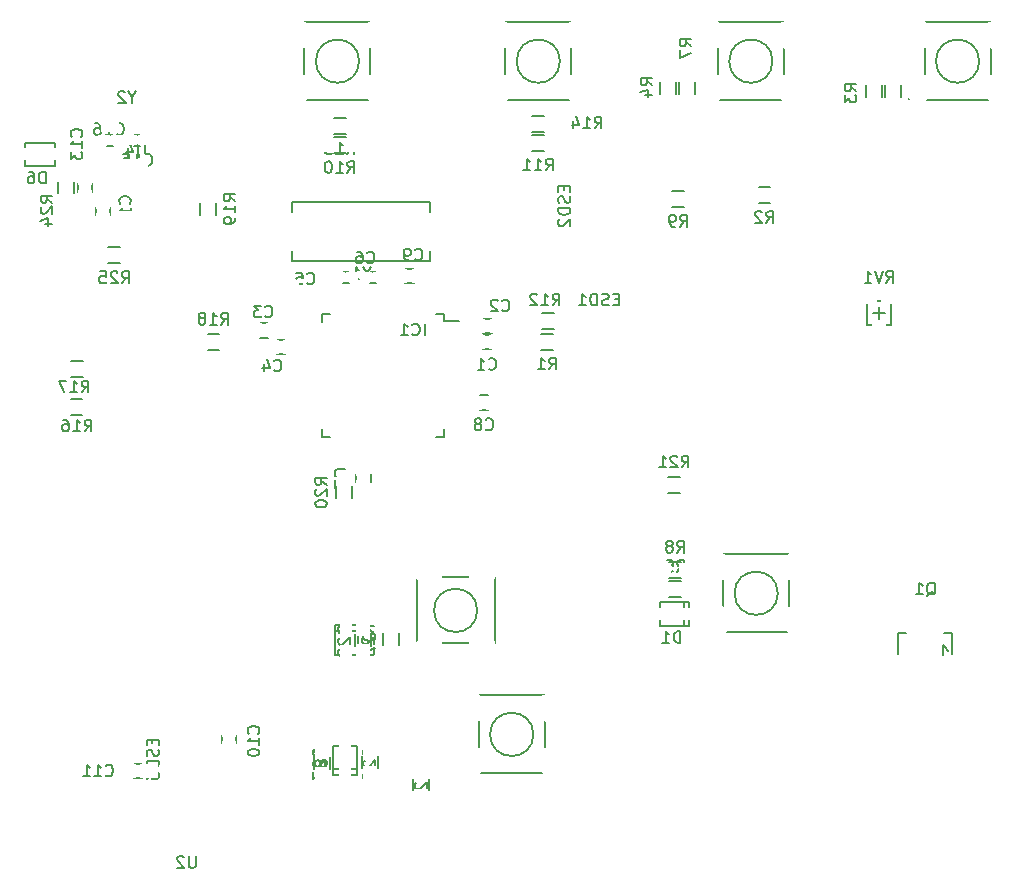
<source format=gbo>
G04 #@! TF.FileFunction,Legend,Bot*
%FSLAX46Y46*%
G04 Gerber Fmt 4.6, Leading zero omitted, Abs format (unit mm)*
G04 Created by KiCad (PCBNEW 4.0.4+dfsg1-stable) date Tue Mar  7 15:21:03 2017*
%MOMM*%
%LPD*%
G01*
G04 APERTURE LIST*
%ADD10C,0.100000*%
%ADD11C,0.150000*%
%ADD12C,2.400000*%
%ADD13R,1.900000X0.950000*%
%ADD14R,0.950000X1.900000*%
%ADD15R,1.600000X1.150000*%
%ADD16R,1.000000X0.900000*%
%ADD17R,1.150000X1.600000*%
%ADD18R,1.700000X1.000000*%
%ADD19R,2.200000X2.200000*%
%ADD20O,2.200000X2.200000*%
%ADD21C,2.200000*%
%ADD22R,1.100000X1.400000*%
%ADD23R,1.400000X1.100000*%
%ADD24R,1.600000X1.000000*%
%ADD25C,1.900000*%
%ADD26R,2.400000X2.400000*%
%ADD27R,1.400760X2.901900*%
%ADD28R,2.398980X4.400500*%
%ADD29R,1.600000X1.300000*%
%ADD30R,1.300000X1.600000*%
%ADD31R,1.100000X1.300000*%
%ADD32R,1.300000X1.300000*%
%ADD33C,2.500000*%
%ADD34C,2.600000*%
%ADD35R,1.950000X3.050000*%
%ADD36R,0.850000X1.850000*%
%ADD37R,6.000700X2.500580*%
%ADD38R,1.600000X2.300000*%
%ADD39C,0.600000*%
%ADD40R,1.000000X1.700000*%
%ADD41R,0.800000X1.750000*%
%ADD42C,1.950000*%
%ADD43R,2.300000X2.300000*%
G04 APERTURE END LIST*
D10*
D11*
X46831620Y22500000D02*
G75*
G03X46831620Y22500000I-1831620J0D01*
G01*
X48302000Y19706000D02*
X48302000Y25294000D01*
X48302000Y25294000D02*
X41698000Y25294000D01*
X41698000Y25294000D02*
X41698000Y19706000D01*
X41698000Y19706000D02*
X48302000Y19706000D01*
X44011900Y47555100D02*
X44011900Y46980100D01*
X33661900Y47555100D02*
X33661900Y46880100D01*
X33661900Y37205100D02*
X33661900Y37880100D01*
X44011900Y37205100D02*
X44011900Y37880100D01*
X44011900Y47555100D02*
X43336900Y47555100D01*
X44011900Y37205100D02*
X43336900Y37205100D01*
X33661900Y37205100D02*
X34336900Y37205100D01*
X33661900Y47555100D02*
X34336900Y47555100D01*
X44011900Y46980100D02*
X45286900Y46980100D01*
X47300000Y44600000D02*
X48000000Y44600000D01*
X48000000Y45800000D02*
X47300000Y45800000D01*
X47350000Y46000000D02*
X48050000Y46000000D01*
X48050000Y47200000D02*
X47350000Y47200000D01*
X29150000Y46800000D02*
X28450000Y46800000D01*
X28450000Y45600000D02*
X29150000Y45600000D01*
X30550000Y45400000D02*
X29850000Y45400000D01*
X29850000Y44200000D02*
X30550000Y44200000D01*
X35450000Y51175000D02*
X35950000Y51175000D01*
X35950000Y50225000D02*
X35450000Y50225000D01*
X38250000Y50225000D02*
X37750000Y50225000D01*
X37750000Y51175000D02*
X38250000Y51175000D01*
X36600000Y34050000D02*
X36600000Y33350000D01*
X37800000Y33350000D02*
X37800000Y34050000D01*
X47050000Y39500000D02*
X47750000Y39500000D01*
X47750000Y40700000D02*
X47050000Y40700000D01*
X40750000Y50200000D02*
X41450000Y50200000D01*
X41450000Y51400000D02*
X40750000Y51400000D01*
X17750000Y8300000D02*
X18450000Y8300000D01*
X18450000Y9500000D02*
X17750000Y9500000D01*
X13050000Y58650000D02*
X13050000Y57950000D01*
X14250000Y57950000D02*
X14250000Y58650000D01*
X15750000Y55950000D02*
X15750000Y56650000D01*
X14550000Y56650000D02*
X14550000Y55950000D01*
X18300000Y61825000D02*
X17800000Y61825000D01*
X17800000Y62775000D02*
X18300000Y62775000D01*
X15500000Y62775000D02*
X16000000Y62775000D01*
X16000000Y61825000D02*
X15500000Y61825000D01*
X11050000Y62100000D02*
X11050000Y60100000D01*
X11050000Y60100000D02*
X8550000Y60100000D01*
X8550000Y60100000D02*
X8550000Y62100000D01*
X8550000Y62100000D02*
X11050000Y62100000D01*
X86649920Y19099340D02*
X86401000Y19399060D01*
X86401000Y19399060D02*
X86299400Y19548920D01*
X86299400Y19548920D02*
X86299400Y18700560D01*
X87000440Y20600480D02*
X87000440Y18799620D01*
X87000440Y20600480D02*
X86350200Y20600480D01*
X82499560Y20600480D02*
X82499560Y18799620D01*
X82499560Y20600480D02*
X83149800Y20600480D01*
X53250000Y45925000D02*
X52250000Y45925000D01*
X52250000Y44575000D02*
X53250000Y44575000D01*
X71650000Y58325000D02*
X70650000Y58325000D01*
X70650000Y56975000D02*
X71650000Y56975000D01*
X79725000Y67000000D02*
X79725000Y66000000D01*
X81075000Y66000000D02*
X81075000Y67000000D01*
X62325000Y67200000D02*
X62325000Y66200000D01*
X63675000Y66200000D02*
X63675000Y67200000D01*
X63100000Y23625000D02*
X64100000Y23625000D01*
X64100000Y24975000D02*
X63100000Y24975000D01*
X81325000Y67000000D02*
X81325000Y66000000D01*
X82675000Y66000000D02*
X82675000Y67000000D01*
X63925000Y67200000D02*
X63925000Y66200000D01*
X65275000Y66200000D02*
X65275000Y67200000D01*
X63100000Y25275000D02*
X64100000Y25275000D01*
X64100000Y26625000D02*
X63100000Y26625000D01*
X64350000Y58025000D02*
X63350000Y58025000D01*
X63350000Y56675000D02*
X64350000Y56675000D01*
X35700000Y62575000D02*
X34700000Y62575000D01*
X34700000Y61225000D02*
X35700000Y61225000D01*
X52500000Y62775000D02*
X51500000Y62775000D01*
X51500000Y61425000D02*
X52500000Y61425000D01*
X52350000Y46325000D02*
X53350000Y46325000D01*
X53350000Y47675000D02*
X52350000Y47675000D01*
X35700000Y64175000D02*
X34700000Y64175000D01*
X34700000Y62825000D02*
X35700000Y62825000D01*
X52500000Y64375000D02*
X51500000Y64375000D01*
X51500000Y63025000D02*
X52500000Y63025000D01*
X13400000Y40425000D02*
X12400000Y40425000D01*
X12400000Y39075000D02*
X13400000Y39075000D01*
X13450000Y43575000D02*
X12450000Y43575000D01*
X12450000Y42225000D02*
X13450000Y42225000D01*
X24000000Y44575000D02*
X25000000Y44575000D01*
X25000000Y45925000D02*
X24000000Y45925000D01*
X23325000Y57000000D02*
X23325000Y56000000D01*
X24675000Y56000000D02*
X24675000Y57000000D01*
X36225000Y32000000D02*
X36225000Y33000000D01*
X34875000Y33000000D02*
X34875000Y32000000D01*
X63000000Y32475000D02*
X64000000Y32475000D01*
X64000000Y33825000D02*
X63000000Y33825000D01*
X37875000Y19500000D02*
X37875000Y20500000D01*
X36525000Y20500000D02*
X36525000Y19500000D01*
X40225000Y19550000D02*
X40225000Y20550000D01*
X38875000Y20550000D02*
X38875000Y19550000D01*
X11375000Y58800000D02*
X11375000Y57800000D01*
X12725000Y57800000D02*
X12725000Y58800000D01*
X16600000Y53225000D02*
X15600000Y53225000D01*
X15600000Y51875000D02*
X16600000Y51875000D01*
X37075000Y10150000D02*
X37075000Y9150000D01*
X38425000Y9150000D02*
X38425000Y10150000D01*
X34325000Y9050000D02*
X34325000Y10050000D01*
X32975000Y10050000D02*
X32975000Y9050000D01*
X80350000Y47700000D02*
X81350000Y47700000D01*
X80850000Y47200000D02*
X80850000Y48200000D01*
X79850000Y46700000D02*
X79850000Y48700000D01*
X79850000Y48700000D02*
X81850000Y48700000D01*
X81850000Y48700000D02*
X81850000Y46700000D01*
X81850000Y46700000D02*
X79850000Y46700000D01*
X31150380Y57099360D02*
X42849620Y57099360D01*
X42849620Y52100640D02*
X31150380Y52100640D01*
X42849620Y57099360D02*
X42849620Y56251000D01*
X42849620Y52100640D02*
X42849620Y52949000D01*
X31150380Y57099360D02*
X31150380Y56251000D01*
X31150380Y52100640D02*
X31150380Y52949000D01*
X26400000Y11250000D02*
X26400000Y11950000D01*
X25200000Y11950000D02*
X25200000Y11250000D01*
X64300000Y23200000D02*
X64300000Y21200000D01*
X64800000Y23200000D02*
X64800000Y21200000D01*
X64800000Y21200000D02*
X62300000Y21200000D01*
X62300000Y21200000D02*
X62300000Y23200000D01*
X62300000Y23200000D02*
X64800000Y23200000D01*
X34750000Y20750000D02*
X36750000Y20750000D01*
X34750000Y21250000D02*
X36750000Y21250000D01*
X36750000Y21250000D02*
X36750000Y18750000D01*
X36750000Y18750000D02*
X34750000Y18750000D01*
X34750000Y18750000D02*
X34750000Y21250000D01*
X36650000Y9050000D02*
X34650000Y9050000D01*
X36650000Y8550000D02*
X34650000Y8550000D01*
X34650000Y8550000D02*
X34650000Y11050000D01*
X34650000Y11050000D02*
X36650000Y11050000D01*
X36650000Y11050000D02*
X36650000Y8550000D01*
X42775000Y7250000D02*
X42775000Y8250000D01*
X41425000Y8250000D02*
X41425000Y7250000D01*
X89331620Y69000000D02*
G75*
G03X89331620Y69000000I-1831620J0D01*
G01*
X90294000Y72302000D02*
X84706000Y72302000D01*
X84706000Y72302000D02*
X84706000Y65698000D01*
X84706000Y65698000D02*
X90294000Y65698000D01*
X90294000Y65698000D02*
X90294000Y72302000D01*
X71831620Y69000000D02*
G75*
G03X71831620Y69000000I-1831620J0D01*
G01*
X72794000Y72302000D02*
X67206000Y72302000D01*
X67206000Y72302000D02*
X67206000Y65698000D01*
X67206000Y65698000D02*
X72794000Y65698000D01*
X72794000Y65698000D02*
X72794000Y72302000D01*
X53831620Y69000000D02*
G75*
G03X53831620Y69000000I-1831620J0D01*
G01*
X54794000Y72302000D02*
X49206000Y72302000D01*
X49206000Y72302000D02*
X49206000Y65698000D01*
X49206000Y65698000D02*
X54794000Y65698000D01*
X54794000Y65698000D02*
X54794000Y72302000D01*
X36831620Y69000000D02*
G75*
G03X36831620Y69000000I-1831620J0D01*
G01*
X37794000Y72302000D02*
X32206000Y72302000D01*
X32206000Y72302000D02*
X32206000Y65698000D01*
X32206000Y65698000D02*
X37794000Y65698000D01*
X37794000Y65698000D02*
X37794000Y72302000D01*
X72281620Y23950000D02*
G75*
G03X72281620Y23950000I-1831620J0D01*
G01*
X67656000Y20648000D02*
X73244000Y20648000D01*
X73244000Y20648000D02*
X73244000Y27252000D01*
X73244000Y27252000D02*
X67656000Y27252000D01*
X67656000Y27252000D02*
X67656000Y20648000D01*
X51581620Y12000000D02*
G75*
G03X51581620Y12000000I-1831620J0D01*
G01*
X52544000Y15302000D02*
X46956000Y15302000D01*
X46956000Y15302000D02*
X46956000Y8698000D01*
X46956000Y8698000D02*
X52544000Y8698000D01*
X52544000Y8698000D02*
X52544000Y15302000D01*
X42378190Y45775619D02*
X42378190Y46775619D01*
X41330571Y45870857D02*
X41378190Y45823238D01*
X41521047Y45775619D01*
X41616285Y45775619D01*
X41759143Y45823238D01*
X41854381Y45918476D01*
X41902000Y46013714D01*
X41949619Y46204190D01*
X41949619Y46347048D01*
X41902000Y46537524D01*
X41854381Y46632762D01*
X41759143Y46728000D01*
X41616285Y46775619D01*
X41521047Y46775619D01*
X41378190Y46728000D01*
X41330571Y46680381D01*
X40378190Y45775619D02*
X40949619Y45775619D01*
X40663905Y45775619D02*
X40663905Y46775619D01*
X40759143Y46632762D01*
X40854381Y46537524D01*
X40949619Y46489905D01*
X47816666Y42942857D02*
X47864285Y42895238D01*
X48007142Y42847619D01*
X48102380Y42847619D01*
X48245238Y42895238D01*
X48340476Y42990476D01*
X48388095Y43085714D01*
X48435714Y43276190D01*
X48435714Y43419048D01*
X48388095Y43609524D01*
X48340476Y43704762D01*
X48245238Y43800000D01*
X48102380Y43847619D01*
X48007142Y43847619D01*
X47864285Y43800000D01*
X47816666Y43752381D01*
X46864285Y42847619D02*
X47435714Y42847619D01*
X47150000Y42847619D02*
X47150000Y43847619D01*
X47245238Y43704762D01*
X47340476Y43609524D01*
X47435714Y43561905D01*
X48934666Y47902857D02*
X48982285Y47855238D01*
X49125142Y47807619D01*
X49220380Y47807619D01*
X49363238Y47855238D01*
X49458476Y47950476D01*
X49506095Y48045714D01*
X49553714Y48236190D01*
X49553714Y48379048D01*
X49506095Y48569524D01*
X49458476Y48664762D01*
X49363238Y48760000D01*
X49220380Y48807619D01*
X49125142Y48807619D01*
X48982285Y48760000D01*
X48934666Y48712381D01*
X48553714Y48712381D02*
X48506095Y48760000D01*
X48410857Y48807619D01*
X48172761Y48807619D01*
X48077523Y48760000D01*
X48029904Y48712381D01*
X47982285Y48617143D01*
X47982285Y48521905D01*
X48029904Y48379048D01*
X48601333Y47807619D01*
X47982285Y47807619D01*
X28868666Y47394857D02*
X28916285Y47347238D01*
X29059142Y47299619D01*
X29154380Y47299619D01*
X29297238Y47347238D01*
X29392476Y47442476D01*
X29440095Y47537714D01*
X29487714Y47728190D01*
X29487714Y47871048D01*
X29440095Y48061524D01*
X29392476Y48156762D01*
X29297238Y48252000D01*
X29154380Y48299619D01*
X29059142Y48299619D01*
X28916285Y48252000D01*
X28868666Y48204381D01*
X28535333Y48299619D02*
X27916285Y48299619D01*
X28249619Y47918667D01*
X28106761Y47918667D01*
X28011523Y47871048D01*
X27963904Y47823429D01*
X27916285Y47728190D01*
X27916285Y47490095D01*
X27963904Y47394857D01*
X28011523Y47347238D01*
X28106761Y47299619D01*
X28392476Y47299619D01*
X28487714Y47347238D01*
X28535333Y47394857D01*
X29630666Y42822857D02*
X29678285Y42775238D01*
X29821142Y42727619D01*
X29916380Y42727619D01*
X30059238Y42775238D01*
X30154476Y42870476D01*
X30202095Y42965714D01*
X30249714Y43156190D01*
X30249714Y43299048D01*
X30202095Y43489524D01*
X30154476Y43584762D01*
X30059238Y43680000D01*
X29916380Y43727619D01*
X29821142Y43727619D01*
X29678285Y43680000D01*
X29630666Y43632381D01*
X28773523Y43394286D02*
X28773523Y42727619D01*
X29011619Y43775238D02*
X29249714Y43060952D01*
X28630666Y43060952D01*
X32424666Y50188857D02*
X32472285Y50141238D01*
X32615142Y50093619D01*
X32710380Y50093619D01*
X32853238Y50141238D01*
X32948476Y50236476D01*
X32996095Y50331714D01*
X33043714Y50522190D01*
X33043714Y50665048D01*
X32996095Y50855524D01*
X32948476Y50950762D01*
X32853238Y51046000D01*
X32710380Y51093619D01*
X32615142Y51093619D01*
X32472285Y51046000D01*
X32424666Y50998381D01*
X31519904Y51093619D02*
X31996095Y51093619D01*
X32043714Y50617429D01*
X31996095Y50665048D01*
X31900857Y50712667D01*
X31662761Y50712667D01*
X31567523Y50665048D01*
X31519904Y50617429D01*
X31472285Y50522190D01*
X31472285Y50284095D01*
X31519904Y50188857D01*
X31567523Y50141238D01*
X31662761Y50093619D01*
X31900857Y50093619D01*
X31996095Y50141238D01*
X32043714Y50188857D01*
X37504666Y51966857D02*
X37552285Y51919238D01*
X37695142Y51871619D01*
X37790380Y51871619D01*
X37933238Y51919238D01*
X38028476Y52014476D01*
X38076095Y52109714D01*
X38123714Y52300190D01*
X38123714Y52443048D01*
X38076095Y52633524D01*
X38028476Y52728762D01*
X37933238Y52824000D01*
X37790380Y52871619D01*
X37695142Y52871619D01*
X37552285Y52824000D01*
X37504666Y52776381D01*
X36647523Y52871619D02*
X36838000Y52871619D01*
X36933238Y52824000D01*
X36980857Y52776381D01*
X37076095Y52633524D01*
X37123714Y52443048D01*
X37123714Y52062095D01*
X37076095Y51966857D01*
X37028476Y51919238D01*
X36933238Y51871619D01*
X36742761Y51871619D01*
X36647523Y51919238D01*
X36599904Y51966857D01*
X36552285Y52062095D01*
X36552285Y52300190D01*
X36599904Y52395429D01*
X36647523Y52443048D01*
X36742761Y52490667D01*
X36933238Y52490667D01*
X37028476Y52443048D01*
X37076095Y52395429D01*
X37123714Y52300190D01*
X35657143Y33866666D02*
X35704762Y33914285D01*
X35752381Y34057142D01*
X35752381Y34152380D01*
X35704762Y34295238D01*
X35609524Y34390476D01*
X35514286Y34438095D01*
X35323810Y34485714D01*
X35180952Y34485714D01*
X34990476Y34438095D01*
X34895238Y34390476D01*
X34800000Y34295238D01*
X34752381Y34152380D01*
X34752381Y34057142D01*
X34800000Y33914285D01*
X34847619Y33866666D01*
X34752381Y33533333D02*
X34752381Y32866666D01*
X35752381Y33295238D01*
X47566666Y37842857D02*
X47614285Y37795238D01*
X47757142Y37747619D01*
X47852380Y37747619D01*
X47995238Y37795238D01*
X48090476Y37890476D01*
X48138095Y37985714D01*
X48185714Y38176190D01*
X48185714Y38319048D01*
X48138095Y38509524D01*
X48090476Y38604762D01*
X47995238Y38700000D01*
X47852380Y38747619D01*
X47757142Y38747619D01*
X47614285Y38700000D01*
X47566666Y38652381D01*
X46995238Y38319048D02*
X47090476Y38366667D01*
X47138095Y38414286D01*
X47185714Y38509524D01*
X47185714Y38557143D01*
X47138095Y38652381D01*
X47090476Y38700000D01*
X46995238Y38747619D01*
X46804761Y38747619D01*
X46709523Y38700000D01*
X46661904Y38652381D01*
X46614285Y38557143D01*
X46614285Y38509524D01*
X46661904Y38414286D01*
X46709523Y38366667D01*
X46804761Y38319048D01*
X46995238Y38319048D01*
X47090476Y38271429D01*
X47138095Y38223810D01*
X47185714Y38128571D01*
X47185714Y37938095D01*
X47138095Y37842857D01*
X47090476Y37795238D01*
X46995238Y37747619D01*
X46804761Y37747619D01*
X46709523Y37795238D01*
X46661904Y37842857D01*
X46614285Y37938095D01*
X46614285Y38128571D01*
X46661904Y38223810D01*
X46709523Y38271429D01*
X46804761Y38319048D01*
X41568666Y52220857D02*
X41616285Y52173238D01*
X41759142Y52125619D01*
X41854380Y52125619D01*
X41997238Y52173238D01*
X42092476Y52268476D01*
X42140095Y52363714D01*
X42187714Y52554190D01*
X42187714Y52697048D01*
X42140095Y52887524D01*
X42092476Y52982762D01*
X41997238Y53078000D01*
X41854380Y53125619D01*
X41759142Y53125619D01*
X41616285Y53078000D01*
X41568666Y53030381D01*
X41092476Y52125619D02*
X40902000Y52125619D01*
X40806761Y52173238D01*
X40759142Y52220857D01*
X40663904Y52363714D01*
X40616285Y52554190D01*
X40616285Y52935143D01*
X40663904Y53030381D01*
X40711523Y53078000D01*
X40806761Y53125619D01*
X40997238Y53125619D01*
X41092476Y53078000D01*
X41140095Y53030381D01*
X41187714Y52935143D01*
X41187714Y52697048D01*
X41140095Y52601810D01*
X41092476Y52554190D01*
X40997238Y52506571D01*
X40806761Y52506571D01*
X40711523Y52554190D01*
X40663904Y52601810D01*
X40616285Y52697048D01*
X15374857Y8532857D02*
X15422476Y8485238D01*
X15565333Y8437619D01*
X15660571Y8437619D01*
X15803429Y8485238D01*
X15898667Y8580476D01*
X15946286Y8675714D01*
X15993905Y8866190D01*
X15993905Y9009048D01*
X15946286Y9199524D01*
X15898667Y9294762D01*
X15803429Y9390000D01*
X15660571Y9437619D01*
X15565333Y9437619D01*
X15422476Y9390000D01*
X15374857Y9342381D01*
X14422476Y8437619D02*
X14993905Y8437619D01*
X14708191Y8437619D02*
X14708191Y9437619D01*
X14803429Y9294762D01*
X14898667Y9199524D01*
X14993905Y9151905D01*
X13470095Y8437619D02*
X14041524Y8437619D01*
X13755810Y8437619D02*
X13755810Y9437619D01*
X13851048Y9294762D01*
X13946286Y9199524D01*
X14041524Y9151905D01*
X13311143Y62618857D02*
X13358762Y62666476D01*
X13406381Y62809333D01*
X13406381Y62904571D01*
X13358762Y63047429D01*
X13263524Y63142667D01*
X13168286Y63190286D01*
X12977810Y63237905D01*
X12834952Y63237905D01*
X12644476Y63190286D01*
X12549238Y63142667D01*
X12454000Y63047429D01*
X12406381Y62904571D01*
X12406381Y62809333D01*
X12454000Y62666476D01*
X12501619Y62618857D01*
X13406381Y61666476D02*
X13406381Y62237905D01*
X13406381Y61952191D02*
X12406381Y61952191D01*
X12549238Y62047429D01*
X12644476Y62142667D01*
X12692095Y62237905D01*
X12406381Y61333143D02*
X12406381Y60714095D01*
X12787333Y61047429D01*
X12787333Y60904571D01*
X12834952Y60809333D01*
X12882571Y60761714D01*
X12977810Y60714095D01*
X13215905Y60714095D01*
X13311143Y60761714D01*
X13358762Y60809333D01*
X13406381Y60904571D01*
X13406381Y61190286D01*
X13358762Y61285524D01*
X13311143Y61333143D01*
X17407143Y56942857D02*
X17454762Y56990476D01*
X17502381Y57133333D01*
X17502381Y57228571D01*
X17454762Y57371429D01*
X17359524Y57466667D01*
X17264286Y57514286D01*
X17073810Y57561905D01*
X16930952Y57561905D01*
X16740476Y57514286D01*
X16645238Y57466667D01*
X16550000Y57371429D01*
X16502381Y57228571D01*
X16502381Y57133333D01*
X16550000Y56990476D01*
X16597619Y56942857D01*
X17502381Y55990476D02*
X17502381Y56561905D01*
X17502381Y56276191D02*
X16502381Y56276191D01*
X16645238Y56371429D01*
X16740476Y56466667D01*
X16788095Y56561905D01*
X16835714Y55133333D02*
X17502381Y55133333D01*
X16454762Y55371429D02*
X17169048Y55609524D01*
X17169048Y54990476D01*
X18692857Y60242857D02*
X18740476Y60195238D01*
X18883333Y60147619D01*
X18978571Y60147619D01*
X19121429Y60195238D01*
X19216667Y60290476D01*
X19264286Y60385714D01*
X19311905Y60576190D01*
X19311905Y60719048D01*
X19264286Y60909524D01*
X19216667Y61004762D01*
X19121429Y61100000D01*
X18978571Y61147619D01*
X18883333Y61147619D01*
X18740476Y61100000D01*
X18692857Y61052381D01*
X17740476Y60147619D02*
X18311905Y60147619D01*
X18026191Y60147619D02*
X18026191Y61147619D01*
X18121429Y61004762D01*
X18216667Y60909524D01*
X18311905Y60861905D01*
X16835714Y61147619D02*
X17311905Y61147619D01*
X17359524Y60671429D01*
X17311905Y60719048D01*
X17216667Y60766667D01*
X16978571Y60766667D01*
X16883333Y60719048D01*
X16835714Y60671429D01*
X16788095Y60576190D01*
X16788095Y60338095D01*
X16835714Y60242857D01*
X16883333Y60195238D01*
X16978571Y60147619D01*
X17216667Y60147619D01*
X17311905Y60195238D01*
X17359524Y60242857D01*
X16292857Y62842857D02*
X16340476Y62795238D01*
X16483333Y62747619D01*
X16578571Y62747619D01*
X16721429Y62795238D01*
X16816667Y62890476D01*
X16864286Y62985714D01*
X16911905Y63176190D01*
X16911905Y63319048D01*
X16864286Y63509524D01*
X16816667Y63604762D01*
X16721429Y63700000D01*
X16578571Y63747619D01*
X16483333Y63747619D01*
X16340476Y63700000D01*
X16292857Y63652381D01*
X15340476Y62747619D02*
X15911905Y62747619D01*
X15626191Y62747619D02*
X15626191Y63747619D01*
X15721429Y63604762D01*
X15816667Y63509524D01*
X15911905Y63461905D01*
X14483333Y63747619D02*
X14673810Y63747619D01*
X14769048Y63700000D01*
X14816667Y63652381D01*
X14911905Y63509524D01*
X14959524Y63319048D01*
X14959524Y62938095D01*
X14911905Y62842857D01*
X14864286Y62795238D01*
X14769048Y62747619D01*
X14578571Y62747619D01*
X14483333Y62795238D01*
X14435714Y62842857D01*
X14388095Y62938095D01*
X14388095Y63176190D01*
X14435714Y63271429D01*
X14483333Y63319048D01*
X14578571Y63366667D01*
X14769048Y63366667D01*
X14864286Y63319048D01*
X14911905Y63271429D01*
X14959524Y63176190D01*
X10288095Y58647619D02*
X10288095Y59647619D01*
X10050000Y59647619D01*
X9907142Y59600000D01*
X9811904Y59504762D01*
X9764285Y59409524D01*
X9716666Y59219048D01*
X9716666Y59076190D01*
X9764285Y58885714D01*
X9811904Y58790476D01*
X9907142Y58695238D01*
X10050000Y58647619D01*
X10288095Y58647619D01*
X8859523Y59647619D02*
X9050000Y59647619D01*
X9145238Y59600000D01*
X9192857Y59552381D01*
X9288095Y59409524D01*
X9335714Y59219048D01*
X9335714Y58838095D01*
X9288095Y58742857D01*
X9240476Y58695238D01*
X9145238Y58647619D01*
X8954761Y58647619D01*
X8859523Y58695238D01*
X8811904Y58742857D01*
X8764285Y58838095D01*
X8764285Y59076190D01*
X8811904Y59171429D01*
X8859523Y59219048D01*
X8954761Y59266667D01*
X9145238Y59266667D01*
X9240476Y59219048D01*
X9288095Y59171429D01*
X9335714Y59076190D01*
X58816667Y48839429D02*
X58483333Y48839429D01*
X58340476Y48315619D02*
X58816667Y48315619D01*
X58816667Y49315619D01*
X58340476Y49315619D01*
X57959524Y48363238D02*
X57816667Y48315619D01*
X57578571Y48315619D01*
X57483333Y48363238D01*
X57435714Y48410857D01*
X57388095Y48506095D01*
X57388095Y48601333D01*
X57435714Y48696571D01*
X57483333Y48744190D01*
X57578571Y48791810D01*
X57769048Y48839429D01*
X57864286Y48887048D01*
X57911905Y48934667D01*
X57959524Y49029905D01*
X57959524Y49125143D01*
X57911905Y49220381D01*
X57864286Y49268000D01*
X57769048Y49315619D01*
X57530952Y49315619D01*
X57388095Y49268000D01*
X56959524Y48315619D02*
X56959524Y49315619D01*
X56721429Y49315619D01*
X56578571Y49268000D01*
X56483333Y49172762D01*
X56435714Y49077524D01*
X56388095Y48887048D01*
X56388095Y48744190D01*
X56435714Y48553714D01*
X56483333Y48458476D01*
X56578571Y48363238D01*
X56721429Y48315619D01*
X56959524Y48315619D01*
X55435714Y48315619D02*
X56007143Y48315619D01*
X55721429Y48315619D02*
X55721429Y49315619D01*
X55816667Y49172762D01*
X55911905Y49077524D01*
X56007143Y49029905D01*
X54178571Y58416667D02*
X54178571Y58083333D01*
X54702381Y57940476D02*
X54702381Y58416667D01*
X53702381Y58416667D01*
X53702381Y57940476D01*
X54654762Y57559524D02*
X54702381Y57416667D01*
X54702381Y57178571D01*
X54654762Y57083333D01*
X54607143Y57035714D01*
X54511905Y56988095D01*
X54416667Y56988095D01*
X54321429Y57035714D01*
X54273810Y57083333D01*
X54226190Y57178571D01*
X54178571Y57369048D01*
X54130952Y57464286D01*
X54083333Y57511905D01*
X53988095Y57559524D01*
X53892857Y57559524D01*
X53797619Y57511905D01*
X53750000Y57464286D01*
X53702381Y57369048D01*
X53702381Y57130952D01*
X53750000Y56988095D01*
X54702381Y56559524D02*
X53702381Y56559524D01*
X53702381Y56321429D01*
X53750000Y56178571D01*
X53845238Y56083333D01*
X53940476Y56035714D01*
X54130952Y55988095D01*
X54273810Y55988095D01*
X54464286Y56035714D01*
X54559524Y56083333D01*
X54654762Y56178571D01*
X54702381Y56321429D01*
X54702381Y56559524D01*
X53797619Y55607143D02*
X53750000Y55559524D01*
X53702381Y55464286D01*
X53702381Y55226190D01*
X53750000Y55130952D01*
X53797619Y55083333D01*
X53892857Y55035714D01*
X53988095Y55035714D01*
X54130952Y55083333D01*
X54702381Y55654762D01*
X54702381Y55035714D01*
X19328571Y11566667D02*
X19328571Y11233333D01*
X19852381Y11090476D02*
X19852381Y11566667D01*
X18852381Y11566667D01*
X18852381Y11090476D01*
X19804762Y10709524D02*
X19852381Y10566667D01*
X19852381Y10328571D01*
X19804762Y10233333D01*
X19757143Y10185714D01*
X19661905Y10138095D01*
X19566667Y10138095D01*
X19471429Y10185714D01*
X19423810Y10233333D01*
X19376190Y10328571D01*
X19328571Y10519048D01*
X19280952Y10614286D01*
X19233333Y10661905D01*
X19138095Y10709524D01*
X19042857Y10709524D01*
X18947619Y10661905D01*
X18900000Y10614286D01*
X18852381Y10519048D01*
X18852381Y10280952D01*
X18900000Y10138095D01*
X19852381Y9709524D02*
X18852381Y9709524D01*
X18852381Y9471429D01*
X18900000Y9328571D01*
X18995238Y9233333D01*
X19090476Y9185714D01*
X19280952Y9138095D01*
X19423810Y9138095D01*
X19614286Y9185714D01*
X19709524Y9233333D01*
X19804762Y9328571D01*
X19852381Y9471429D01*
X19852381Y9709524D01*
X18852381Y8804762D02*
X18852381Y8185714D01*
X19233333Y8519048D01*
X19233333Y8376190D01*
X19280952Y8280952D01*
X19328571Y8233333D01*
X19423810Y8185714D01*
X19661905Y8185714D01*
X19757143Y8233333D01*
X19804762Y8280952D01*
X19852381Y8376190D01*
X19852381Y8661905D01*
X19804762Y8757143D01*
X19757143Y8804762D01*
X84896038Y23753641D02*
X84991276Y23801260D01*
X85086514Y23896498D01*
X85229371Y24039355D01*
X85324610Y24086974D01*
X85419848Y24086974D01*
X85372229Y23848879D02*
X85467467Y23896498D01*
X85562705Y23991736D01*
X85610324Y24182212D01*
X85610324Y24515546D01*
X85562705Y24706022D01*
X85467467Y24801260D01*
X85372229Y24848879D01*
X85181752Y24848879D01*
X85086514Y24801260D01*
X84991276Y24706022D01*
X84943657Y24515546D01*
X84943657Y24182212D01*
X84991276Y23991736D01*
X85086514Y23896498D01*
X85181752Y23848879D01*
X85372229Y23848879D01*
X83991276Y23848879D02*
X84562705Y23848879D01*
X84276991Y23848879D02*
X84276991Y24848879D01*
X84372229Y24706022D01*
X84467467Y24610784D01*
X84562705Y24563165D01*
X52916666Y42897619D02*
X53250000Y43373810D01*
X53488095Y42897619D02*
X53488095Y43897619D01*
X53107142Y43897619D01*
X53011904Y43850000D01*
X52964285Y43802381D01*
X52916666Y43707143D01*
X52916666Y43564286D01*
X52964285Y43469048D01*
X53011904Y43421429D01*
X53107142Y43373810D01*
X53488095Y43373810D01*
X51964285Y42897619D02*
X52535714Y42897619D01*
X52250000Y42897619D02*
X52250000Y43897619D01*
X52345238Y43754762D01*
X52440476Y43659524D01*
X52535714Y43611905D01*
X71316666Y55297619D02*
X71650000Y55773810D01*
X71888095Y55297619D02*
X71888095Y56297619D01*
X71507142Y56297619D01*
X71411904Y56250000D01*
X71364285Y56202381D01*
X71316666Y56107143D01*
X71316666Y55964286D01*
X71364285Y55869048D01*
X71411904Y55821429D01*
X71507142Y55773810D01*
X71888095Y55773810D01*
X70935714Y56202381D02*
X70888095Y56250000D01*
X70792857Y56297619D01*
X70554761Y56297619D01*
X70459523Y56250000D01*
X70411904Y56202381D01*
X70364285Y56107143D01*
X70364285Y56011905D01*
X70411904Y55869048D01*
X70983333Y55297619D01*
X70364285Y55297619D01*
X78938381Y66460666D02*
X78462190Y66794000D01*
X78938381Y67032095D02*
X77938381Y67032095D01*
X77938381Y66651142D01*
X77986000Y66555904D01*
X78033619Y66508285D01*
X78128857Y66460666D01*
X78271714Y66460666D01*
X78366952Y66508285D01*
X78414571Y66555904D01*
X78462190Y66651142D01*
X78462190Y67032095D01*
X77938381Y66127333D02*
X77938381Y65508285D01*
X78319333Y65841619D01*
X78319333Y65698761D01*
X78366952Y65603523D01*
X78414571Y65555904D01*
X78509810Y65508285D01*
X78747905Y65508285D01*
X78843143Y65555904D01*
X78890762Y65603523D01*
X78938381Y65698761D01*
X78938381Y65984476D01*
X78890762Y66079714D01*
X78843143Y66127333D01*
X61666381Y66968666D02*
X61190190Y67302000D01*
X61666381Y67540095D02*
X60666381Y67540095D01*
X60666381Y67159142D01*
X60714000Y67063904D01*
X60761619Y67016285D01*
X60856857Y66968666D01*
X60999714Y66968666D01*
X61094952Y67016285D01*
X61142571Y67063904D01*
X61190190Y67159142D01*
X61190190Y67540095D01*
X60999714Y66111523D02*
X61666381Y66111523D01*
X60618762Y66349619D02*
X61333048Y66587714D01*
X61333048Y65968666D01*
X63766666Y25747619D02*
X64100000Y26223810D01*
X64338095Y25747619D02*
X64338095Y26747619D01*
X63957142Y26747619D01*
X63861904Y26700000D01*
X63814285Y26652381D01*
X63766666Y26557143D01*
X63766666Y26414286D01*
X63814285Y26319048D01*
X63861904Y26271429D01*
X63957142Y26223810D01*
X64338095Y26223810D01*
X62861904Y26747619D02*
X63338095Y26747619D01*
X63385714Y26271429D01*
X63338095Y26319048D01*
X63242857Y26366667D01*
X63004761Y26366667D01*
X62909523Y26319048D01*
X62861904Y26271429D01*
X62814285Y26176190D01*
X62814285Y25938095D01*
X62861904Y25842857D01*
X62909523Y25795238D01*
X63004761Y25747619D01*
X63242857Y25747619D01*
X63338095Y25795238D01*
X63385714Y25842857D01*
X84352381Y66666666D02*
X83876190Y67000000D01*
X84352381Y67238095D02*
X83352381Y67238095D01*
X83352381Y66857142D01*
X83400000Y66761904D01*
X83447619Y66714285D01*
X83542857Y66666666D01*
X83685714Y66666666D01*
X83780952Y66714285D01*
X83828571Y66761904D01*
X83876190Y66857142D01*
X83876190Y67238095D01*
X83352381Y65809523D02*
X83352381Y66000000D01*
X83400000Y66095238D01*
X83447619Y66142857D01*
X83590476Y66238095D01*
X83780952Y66285714D01*
X84161905Y66285714D01*
X84257143Y66238095D01*
X84304762Y66190476D01*
X84352381Y66095238D01*
X84352381Y65904761D01*
X84304762Y65809523D01*
X84257143Y65761904D01*
X84161905Y65714285D01*
X83923810Y65714285D01*
X83828571Y65761904D01*
X83780952Y65809523D01*
X83733333Y65904761D01*
X83733333Y66095238D01*
X83780952Y66190476D01*
X83828571Y66238095D01*
X83923810Y66285714D01*
X64968381Y70270666D02*
X64492190Y70604000D01*
X64968381Y70842095D02*
X63968381Y70842095D01*
X63968381Y70461142D01*
X64016000Y70365904D01*
X64063619Y70318285D01*
X64158857Y70270666D01*
X64301714Y70270666D01*
X64396952Y70318285D01*
X64444571Y70365904D01*
X64492190Y70461142D01*
X64492190Y70842095D01*
X63968381Y69937333D02*
X63968381Y69270666D01*
X64968381Y69699238D01*
X63766666Y27397619D02*
X64100000Y27873810D01*
X64338095Y27397619D02*
X64338095Y28397619D01*
X63957142Y28397619D01*
X63861904Y28350000D01*
X63814285Y28302381D01*
X63766666Y28207143D01*
X63766666Y28064286D01*
X63814285Y27969048D01*
X63861904Y27921429D01*
X63957142Y27873810D01*
X64338095Y27873810D01*
X63195238Y27969048D02*
X63290476Y28016667D01*
X63338095Y28064286D01*
X63385714Y28159524D01*
X63385714Y28207143D01*
X63338095Y28302381D01*
X63290476Y28350000D01*
X63195238Y28397619D01*
X63004761Y28397619D01*
X62909523Y28350000D01*
X62861904Y28302381D01*
X62814285Y28207143D01*
X62814285Y28159524D01*
X62861904Y28064286D01*
X62909523Y28016667D01*
X63004761Y27969048D01*
X63195238Y27969048D01*
X63290476Y27921429D01*
X63338095Y27873810D01*
X63385714Y27778571D01*
X63385714Y27588095D01*
X63338095Y27492857D01*
X63290476Y27445238D01*
X63195238Y27397619D01*
X63004761Y27397619D01*
X62909523Y27445238D01*
X62861904Y27492857D01*
X62814285Y27588095D01*
X62814285Y27778571D01*
X62861904Y27873810D01*
X62909523Y27921429D01*
X63004761Y27969048D01*
X64016666Y54997619D02*
X64350000Y55473810D01*
X64588095Y54997619D02*
X64588095Y55997619D01*
X64207142Y55997619D01*
X64111904Y55950000D01*
X64064285Y55902381D01*
X64016666Y55807143D01*
X64016666Y55664286D01*
X64064285Y55569048D01*
X64111904Y55521429D01*
X64207142Y55473810D01*
X64588095Y55473810D01*
X63540476Y54997619D02*
X63350000Y54997619D01*
X63254761Y55045238D01*
X63207142Y55092857D01*
X63111904Y55235714D01*
X63064285Y55426190D01*
X63064285Y55807143D01*
X63111904Y55902381D01*
X63159523Y55950000D01*
X63254761Y55997619D01*
X63445238Y55997619D01*
X63540476Y55950000D01*
X63588095Y55902381D01*
X63635714Y55807143D01*
X63635714Y55569048D01*
X63588095Y55473810D01*
X63540476Y55426190D01*
X63445238Y55378571D01*
X63254761Y55378571D01*
X63159523Y55426190D01*
X63111904Y55473810D01*
X63064285Y55569048D01*
X35842857Y59547619D02*
X36176191Y60023810D01*
X36414286Y59547619D02*
X36414286Y60547619D01*
X36033333Y60547619D01*
X35938095Y60500000D01*
X35890476Y60452381D01*
X35842857Y60357143D01*
X35842857Y60214286D01*
X35890476Y60119048D01*
X35938095Y60071429D01*
X36033333Y60023810D01*
X36414286Y60023810D01*
X34890476Y59547619D02*
X35461905Y59547619D01*
X35176191Y59547619D02*
X35176191Y60547619D01*
X35271429Y60404762D01*
X35366667Y60309524D01*
X35461905Y60261905D01*
X34271429Y60547619D02*
X34176190Y60547619D01*
X34080952Y60500000D01*
X34033333Y60452381D01*
X33985714Y60357143D01*
X33938095Y60166667D01*
X33938095Y59928571D01*
X33985714Y59738095D01*
X34033333Y59642857D01*
X34080952Y59595238D01*
X34176190Y59547619D01*
X34271429Y59547619D01*
X34366667Y59595238D01*
X34414286Y59642857D01*
X34461905Y59738095D01*
X34509524Y59928571D01*
X34509524Y60166667D01*
X34461905Y60357143D01*
X34414286Y60452381D01*
X34366667Y60500000D01*
X34271429Y60547619D01*
X52642857Y59747619D02*
X52976191Y60223810D01*
X53214286Y59747619D02*
X53214286Y60747619D01*
X52833333Y60747619D01*
X52738095Y60700000D01*
X52690476Y60652381D01*
X52642857Y60557143D01*
X52642857Y60414286D01*
X52690476Y60319048D01*
X52738095Y60271429D01*
X52833333Y60223810D01*
X53214286Y60223810D01*
X51690476Y59747619D02*
X52261905Y59747619D01*
X51976191Y59747619D02*
X51976191Y60747619D01*
X52071429Y60604762D01*
X52166667Y60509524D01*
X52261905Y60461905D01*
X50738095Y59747619D02*
X51309524Y59747619D01*
X51023810Y59747619D02*
X51023810Y60747619D01*
X51119048Y60604762D01*
X51214286Y60509524D01*
X51309524Y60461905D01*
X53220857Y48315619D02*
X53554191Y48791810D01*
X53792286Y48315619D02*
X53792286Y49315619D01*
X53411333Y49315619D01*
X53316095Y49268000D01*
X53268476Y49220381D01*
X53220857Y49125143D01*
X53220857Y48982286D01*
X53268476Y48887048D01*
X53316095Y48839429D01*
X53411333Y48791810D01*
X53792286Y48791810D01*
X52268476Y48315619D02*
X52839905Y48315619D01*
X52554191Y48315619D02*
X52554191Y49315619D01*
X52649429Y49172762D01*
X52744667Y49077524D01*
X52839905Y49029905D01*
X51887524Y49220381D02*
X51839905Y49268000D01*
X51744667Y49315619D01*
X51506571Y49315619D01*
X51411333Y49268000D01*
X51363714Y49220381D01*
X51316095Y49125143D01*
X51316095Y49029905D01*
X51363714Y48887048D01*
X51935143Y48315619D01*
X51316095Y48315619D01*
X35842857Y61147619D02*
X36176191Y61623810D01*
X36414286Y61147619D02*
X36414286Y62147619D01*
X36033333Y62147619D01*
X35938095Y62100000D01*
X35890476Y62052381D01*
X35842857Y61957143D01*
X35842857Y61814286D01*
X35890476Y61719048D01*
X35938095Y61671429D01*
X36033333Y61623810D01*
X36414286Y61623810D01*
X34890476Y61147619D02*
X35461905Y61147619D01*
X35176191Y61147619D02*
X35176191Y62147619D01*
X35271429Y62004762D01*
X35366667Y61909524D01*
X35461905Y61861905D01*
X34557143Y62147619D02*
X33938095Y62147619D01*
X34271429Y61766667D01*
X34128571Y61766667D01*
X34033333Y61719048D01*
X33985714Y61671429D01*
X33938095Y61576190D01*
X33938095Y61338095D01*
X33985714Y61242857D01*
X34033333Y61195238D01*
X34128571Y61147619D01*
X34414286Y61147619D01*
X34509524Y61195238D01*
X34557143Y61242857D01*
X56776857Y63301619D02*
X57110191Y63777810D01*
X57348286Y63301619D02*
X57348286Y64301619D01*
X56967333Y64301619D01*
X56872095Y64254000D01*
X56824476Y64206381D01*
X56776857Y64111143D01*
X56776857Y63968286D01*
X56824476Y63873048D01*
X56872095Y63825429D01*
X56967333Y63777810D01*
X57348286Y63777810D01*
X55824476Y63301619D02*
X56395905Y63301619D01*
X56110191Y63301619D02*
X56110191Y64301619D01*
X56205429Y64158762D01*
X56300667Y64063524D01*
X56395905Y64015905D01*
X54967333Y63968286D02*
X54967333Y63301619D01*
X55205429Y64349238D02*
X55443524Y63634952D01*
X54824476Y63634952D01*
X13596857Y37647619D02*
X13930191Y38123810D01*
X14168286Y37647619D02*
X14168286Y38647619D01*
X13787333Y38647619D01*
X13692095Y38600000D01*
X13644476Y38552381D01*
X13596857Y38457143D01*
X13596857Y38314286D01*
X13644476Y38219048D01*
X13692095Y38171429D01*
X13787333Y38123810D01*
X14168286Y38123810D01*
X12644476Y37647619D02*
X13215905Y37647619D01*
X12930191Y37647619D02*
X12930191Y38647619D01*
X13025429Y38504762D01*
X13120667Y38409524D01*
X13215905Y38361905D01*
X11787333Y38647619D02*
X11977810Y38647619D01*
X12073048Y38600000D01*
X12120667Y38552381D01*
X12215905Y38409524D01*
X12263524Y38219048D01*
X12263524Y37838095D01*
X12215905Y37742857D01*
X12168286Y37695238D01*
X12073048Y37647619D01*
X11882571Y37647619D01*
X11787333Y37695238D01*
X11739714Y37742857D01*
X11692095Y37838095D01*
X11692095Y38076190D01*
X11739714Y38171429D01*
X11787333Y38219048D01*
X11882571Y38266667D01*
X12073048Y38266667D01*
X12168286Y38219048D01*
X12215905Y38171429D01*
X12263524Y38076190D01*
X13342857Y40949619D02*
X13676191Y41425810D01*
X13914286Y40949619D02*
X13914286Y41949619D01*
X13533333Y41949619D01*
X13438095Y41902000D01*
X13390476Y41854381D01*
X13342857Y41759143D01*
X13342857Y41616286D01*
X13390476Y41521048D01*
X13438095Y41473429D01*
X13533333Y41425810D01*
X13914286Y41425810D01*
X12390476Y40949619D02*
X12961905Y40949619D01*
X12676191Y40949619D02*
X12676191Y41949619D01*
X12771429Y41806762D01*
X12866667Y41711524D01*
X12961905Y41663905D01*
X12057143Y41949619D02*
X11390476Y41949619D01*
X11819048Y40949619D01*
X25142857Y46697619D02*
X25476191Y47173810D01*
X25714286Y46697619D02*
X25714286Y47697619D01*
X25333333Y47697619D01*
X25238095Y47650000D01*
X25190476Y47602381D01*
X25142857Y47507143D01*
X25142857Y47364286D01*
X25190476Y47269048D01*
X25238095Y47221429D01*
X25333333Y47173810D01*
X25714286Y47173810D01*
X24190476Y46697619D02*
X24761905Y46697619D01*
X24476191Y46697619D02*
X24476191Y47697619D01*
X24571429Y47554762D01*
X24666667Y47459524D01*
X24761905Y47411905D01*
X23619048Y47269048D02*
X23714286Y47316667D01*
X23761905Y47364286D01*
X23809524Y47459524D01*
X23809524Y47507143D01*
X23761905Y47602381D01*
X23714286Y47650000D01*
X23619048Y47697619D01*
X23428571Y47697619D01*
X23333333Y47650000D01*
X23285714Y47602381D01*
X23238095Y47507143D01*
X23238095Y47459524D01*
X23285714Y47364286D01*
X23333333Y47316667D01*
X23428571Y47269048D01*
X23619048Y47269048D01*
X23714286Y47221429D01*
X23761905Y47173810D01*
X23809524Y47078571D01*
X23809524Y46888095D01*
X23761905Y46792857D01*
X23714286Y46745238D01*
X23619048Y46697619D01*
X23428571Y46697619D01*
X23333333Y46745238D01*
X23285714Y46792857D01*
X23238095Y46888095D01*
X23238095Y47078571D01*
X23285714Y47173810D01*
X23333333Y47221429D01*
X23428571Y47269048D01*
X26352381Y57142857D02*
X25876190Y57476191D01*
X26352381Y57714286D02*
X25352381Y57714286D01*
X25352381Y57333333D01*
X25400000Y57238095D01*
X25447619Y57190476D01*
X25542857Y57142857D01*
X25685714Y57142857D01*
X25780952Y57190476D01*
X25828571Y57238095D01*
X25876190Y57333333D01*
X25876190Y57714286D01*
X26352381Y56190476D02*
X26352381Y56761905D01*
X26352381Y56476191D02*
X25352381Y56476191D01*
X25495238Y56571429D01*
X25590476Y56666667D01*
X25638095Y56761905D01*
X26352381Y55714286D02*
X26352381Y55523810D01*
X26304762Y55428571D01*
X26257143Y55380952D01*
X26114286Y55285714D01*
X25923810Y55238095D01*
X25542857Y55238095D01*
X25447619Y55285714D01*
X25400000Y55333333D01*
X25352381Y55428571D01*
X25352381Y55619048D01*
X25400000Y55714286D01*
X25447619Y55761905D01*
X25542857Y55809524D01*
X25780952Y55809524D01*
X25876190Y55761905D01*
X25923810Y55714286D01*
X25971429Y55619048D01*
X25971429Y55428571D01*
X25923810Y55333333D01*
X25876190Y55285714D01*
X25780952Y55238095D01*
X34102381Y33142857D02*
X33626190Y33476191D01*
X34102381Y33714286D02*
X33102381Y33714286D01*
X33102381Y33333333D01*
X33150000Y33238095D01*
X33197619Y33190476D01*
X33292857Y33142857D01*
X33435714Y33142857D01*
X33530952Y33190476D01*
X33578571Y33238095D01*
X33626190Y33333333D01*
X33626190Y33714286D01*
X33197619Y32761905D02*
X33150000Y32714286D01*
X33102381Y32619048D01*
X33102381Y32380952D01*
X33150000Y32285714D01*
X33197619Y32238095D01*
X33292857Y32190476D01*
X33388095Y32190476D01*
X33530952Y32238095D01*
X34102381Y32809524D01*
X34102381Y32190476D01*
X33102381Y31571429D02*
X33102381Y31476190D01*
X33150000Y31380952D01*
X33197619Y31333333D01*
X33292857Y31285714D01*
X33483333Y31238095D01*
X33721429Y31238095D01*
X33911905Y31285714D01*
X34007143Y31333333D01*
X34054762Y31380952D01*
X34102381Y31476190D01*
X34102381Y31571429D01*
X34054762Y31666667D01*
X34007143Y31714286D01*
X33911905Y31761905D01*
X33721429Y31809524D01*
X33483333Y31809524D01*
X33292857Y31761905D01*
X33197619Y31714286D01*
X33150000Y31666667D01*
X33102381Y31571429D01*
X64142857Y34597619D02*
X64476191Y35073810D01*
X64714286Y34597619D02*
X64714286Y35597619D01*
X64333333Y35597619D01*
X64238095Y35550000D01*
X64190476Y35502381D01*
X64142857Y35407143D01*
X64142857Y35264286D01*
X64190476Y35169048D01*
X64238095Y35121429D01*
X64333333Y35073810D01*
X64714286Y35073810D01*
X63761905Y35502381D02*
X63714286Y35550000D01*
X63619048Y35597619D01*
X63380952Y35597619D01*
X63285714Y35550000D01*
X63238095Y35502381D01*
X63190476Y35407143D01*
X63190476Y35311905D01*
X63238095Y35169048D01*
X63809524Y34597619D01*
X63190476Y34597619D01*
X62238095Y34597619D02*
X62809524Y34597619D01*
X62523810Y34597619D02*
X62523810Y35597619D01*
X62619048Y35454762D01*
X62714286Y35359524D01*
X62809524Y35311905D01*
X36052381Y20542857D02*
X35576190Y20876191D01*
X36052381Y21114286D02*
X35052381Y21114286D01*
X35052381Y20733333D01*
X35100000Y20638095D01*
X35147619Y20590476D01*
X35242857Y20542857D01*
X35385714Y20542857D01*
X35480952Y20590476D01*
X35528571Y20638095D01*
X35576190Y20733333D01*
X35576190Y21114286D01*
X35147619Y20161905D02*
X35100000Y20114286D01*
X35052381Y20019048D01*
X35052381Y19780952D01*
X35100000Y19685714D01*
X35147619Y19638095D01*
X35242857Y19590476D01*
X35338095Y19590476D01*
X35480952Y19638095D01*
X36052381Y20209524D01*
X36052381Y19590476D01*
X35147619Y19209524D02*
X35100000Y19161905D01*
X35052381Y19066667D01*
X35052381Y18828571D01*
X35100000Y18733333D01*
X35147619Y18685714D01*
X35242857Y18638095D01*
X35338095Y18638095D01*
X35480952Y18685714D01*
X36052381Y19257143D01*
X36052381Y18638095D01*
X38102381Y20592857D02*
X37626190Y20926191D01*
X38102381Y21164286D02*
X37102381Y21164286D01*
X37102381Y20783333D01*
X37150000Y20688095D01*
X37197619Y20640476D01*
X37292857Y20592857D01*
X37435714Y20592857D01*
X37530952Y20640476D01*
X37578571Y20688095D01*
X37626190Y20783333D01*
X37626190Y21164286D01*
X37197619Y20211905D02*
X37150000Y20164286D01*
X37102381Y20069048D01*
X37102381Y19830952D01*
X37150000Y19735714D01*
X37197619Y19688095D01*
X37292857Y19640476D01*
X37388095Y19640476D01*
X37530952Y19688095D01*
X38102381Y20259524D01*
X38102381Y19640476D01*
X37102381Y19307143D02*
X37102381Y18688095D01*
X37483333Y19021429D01*
X37483333Y18878571D01*
X37530952Y18783333D01*
X37578571Y18735714D01*
X37673810Y18688095D01*
X37911905Y18688095D01*
X38007143Y18735714D01*
X38054762Y18783333D01*
X38102381Y18878571D01*
X38102381Y19164286D01*
X38054762Y19259524D01*
X38007143Y19307143D01*
X10866381Y57030857D02*
X10390190Y57364191D01*
X10866381Y57602286D02*
X9866381Y57602286D01*
X9866381Y57221333D01*
X9914000Y57126095D01*
X9961619Y57078476D01*
X10056857Y57030857D01*
X10199714Y57030857D01*
X10294952Y57078476D01*
X10342571Y57126095D01*
X10390190Y57221333D01*
X10390190Y57602286D01*
X9961619Y56649905D02*
X9914000Y56602286D01*
X9866381Y56507048D01*
X9866381Y56268952D01*
X9914000Y56173714D01*
X9961619Y56126095D01*
X10056857Y56078476D01*
X10152095Y56078476D01*
X10294952Y56126095D01*
X10866381Y56697524D01*
X10866381Y56078476D01*
X10199714Y55221333D02*
X10866381Y55221333D01*
X9818762Y55459429D02*
X10533048Y55697524D01*
X10533048Y55078476D01*
X16742857Y50197619D02*
X17076191Y50673810D01*
X17314286Y50197619D02*
X17314286Y51197619D01*
X16933333Y51197619D01*
X16838095Y51150000D01*
X16790476Y51102381D01*
X16742857Y51007143D01*
X16742857Y50864286D01*
X16790476Y50769048D01*
X16838095Y50721429D01*
X16933333Y50673810D01*
X17314286Y50673810D01*
X16361905Y51102381D02*
X16314286Y51150000D01*
X16219048Y51197619D01*
X15980952Y51197619D01*
X15885714Y51150000D01*
X15838095Y51102381D01*
X15790476Y51007143D01*
X15790476Y50911905D01*
X15838095Y50769048D01*
X16409524Y50197619D01*
X15790476Y50197619D01*
X14885714Y51197619D02*
X15361905Y51197619D01*
X15409524Y50721429D01*
X15361905Y50769048D01*
X15266667Y50816667D01*
X15028571Y50816667D01*
X14933333Y50769048D01*
X14885714Y50721429D01*
X14838095Y50626190D01*
X14838095Y50388095D01*
X14885714Y50292857D01*
X14933333Y50245238D01*
X15028571Y50197619D01*
X15266667Y50197619D01*
X15361905Y50245238D01*
X15409524Y50292857D01*
X38202381Y10142857D02*
X37726190Y10476191D01*
X38202381Y10714286D02*
X37202381Y10714286D01*
X37202381Y10333333D01*
X37250000Y10238095D01*
X37297619Y10190476D01*
X37392857Y10142857D01*
X37535714Y10142857D01*
X37630952Y10190476D01*
X37678571Y10238095D01*
X37726190Y10333333D01*
X37726190Y10714286D01*
X37297619Y9761905D02*
X37250000Y9714286D01*
X37202381Y9619048D01*
X37202381Y9380952D01*
X37250000Y9285714D01*
X37297619Y9238095D01*
X37392857Y9190476D01*
X37488095Y9190476D01*
X37630952Y9238095D01*
X38202381Y9809524D01*
X38202381Y9190476D01*
X37202381Y8333333D02*
X37202381Y8523810D01*
X37250000Y8619048D01*
X37297619Y8666667D01*
X37440476Y8761905D01*
X37630952Y8809524D01*
X38011905Y8809524D01*
X38107143Y8761905D01*
X38154762Y8714286D01*
X38202381Y8619048D01*
X38202381Y8428571D01*
X38154762Y8333333D01*
X38107143Y8285714D01*
X38011905Y8238095D01*
X37773810Y8238095D01*
X37678571Y8285714D01*
X37630952Y8333333D01*
X37583333Y8428571D01*
X37583333Y8619048D01*
X37630952Y8714286D01*
X37678571Y8761905D01*
X37773810Y8809524D01*
X33952381Y10142857D02*
X33476190Y10476191D01*
X33952381Y10714286D02*
X32952381Y10714286D01*
X32952381Y10333333D01*
X33000000Y10238095D01*
X33047619Y10190476D01*
X33142857Y10142857D01*
X33285714Y10142857D01*
X33380952Y10190476D01*
X33428571Y10238095D01*
X33476190Y10333333D01*
X33476190Y10714286D01*
X33047619Y9761905D02*
X33000000Y9714286D01*
X32952381Y9619048D01*
X32952381Y9380952D01*
X33000000Y9285714D01*
X33047619Y9238095D01*
X33142857Y9190476D01*
X33238095Y9190476D01*
X33380952Y9238095D01*
X33952381Y9809524D01*
X33952381Y9190476D01*
X32952381Y8857143D02*
X32952381Y8190476D01*
X33952381Y8619048D01*
X81445238Y50247619D02*
X81778572Y50723810D01*
X82016667Y50247619D02*
X82016667Y51247619D01*
X81635714Y51247619D01*
X81540476Y51200000D01*
X81492857Y51152381D01*
X81445238Y51057143D01*
X81445238Y50914286D01*
X81492857Y50819048D01*
X81540476Y50771429D01*
X81635714Y50723810D01*
X82016667Y50723810D01*
X81159524Y51247619D02*
X80826191Y50247619D01*
X80492857Y51247619D01*
X79635714Y50247619D02*
X80207143Y50247619D01*
X79921429Y50247619D02*
X79921429Y51247619D01*
X80016667Y51104762D01*
X80111905Y51009524D01*
X80207143Y50961905D01*
X18711905Y61947619D02*
X18711905Y61138095D01*
X18664286Y61042857D01*
X18616667Y60995238D01*
X18521429Y60947619D01*
X18330952Y60947619D01*
X18235714Y60995238D01*
X18188095Y61042857D01*
X18140476Y61138095D01*
X18140476Y61947619D01*
X17235714Y61614286D02*
X17235714Y60947619D01*
X17473810Y61995238D02*
X17711905Y61280952D01*
X17092857Y61280952D01*
X37476191Y51067810D02*
X37476191Y50591619D01*
X37809524Y51591619D02*
X37476191Y51067810D01*
X37142857Y51591619D01*
X36285714Y50591619D02*
X36857143Y50591619D01*
X36571429Y50591619D02*
X36571429Y51591619D01*
X36666667Y51448762D01*
X36761905Y51353524D01*
X36857143Y51305905D01*
X17626191Y65923810D02*
X17626191Y65447619D01*
X17959524Y66447619D02*
X17626191Y65923810D01*
X17292857Y66447619D01*
X17007143Y66352381D02*
X16959524Y66400000D01*
X16864286Y66447619D01*
X16626190Y66447619D01*
X16530952Y66400000D01*
X16483333Y66352381D01*
X16435714Y66257143D01*
X16435714Y66161905D01*
X16483333Y66019048D01*
X17054762Y65447619D01*
X16435714Y65447619D01*
X28297143Y12072857D02*
X28344762Y12120476D01*
X28392381Y12263333D01*
X28392381Y12358571D01*
X28344762Y12501429D01*
X28249524Y12596667D01*
X28154286Y12644286D01*
X27963810Y12691905D01*
X27820952Y12691905D01*
X27630476Y12644286D01*
X27535238Y12596667D01*
X27440000Y12501429D01*
X27392381Y12358571D01*
X27392381Y12263333D01*
X27440000Y12120476D01*
X27487619Y12072857D01*
X28392381Y11120476D02*
X28392381Y11691905D01*
X28392381Y11406191D02*
X27392381Y11406191D01*
X27535238Y11501429D01*
X27630476Y11596667D01*
X27678095Y11691905D01*
X27392381Y10501429D02*
X27392381Y10406190D01*
X27440000Y10310952D01*
X27487619Y10263333D01*
X27582857Y10215714D01*
X27773333Y10168095D01*
X28011429Y10168095D01*
X28201905Y10215714D01*
X28297143Y10263333D01*
X28344762Y10310952D01*
X28392381Y10406190D01*
X28392381Y10501429D01*
X28344762Y10596667D01*
X28297143Y10644286D01*
X28201905Y10691905D01*
X28011429Y10739524D01*
X27773333Y10739524D01*
X27582857Y10691905D01*
X27487619Y10644286D01*
X27440000Y10596667D01*
X27392381Y10501429D01*
X64038095Y19747619D02*
X64038095Y20747619D01*
X63800000Y20747619D01*
X63657142Y20700000D01*
X63561904Y20604762D01*
X63514285Y20509524D01*
X63466666Y20319048D01*
X63466666Y20176190D01*
X63514285Y19985714D01*
X63561904Y19890476D01*
X63657142Y19795238D01*
X63800000Y19747619D01*
X64038095Y19747619D01*
X62514285Y19747619D02*
X63085714Y19747619D01*
X62800000Y19747619D02*
X62800000Y20747619D01*
X62895238Y20604762D01*
X62990476Y20509524D01*
X63085714Y20461905D01*
X38202381Y20488095D02*
X37202381Y20488095D01*
X37202381Y20250000D01*
X37250000Y20107142D01*
X37345238Y20011904D01*
X37440476Y19964285D01*
X37630952Y19916666D01*
X37773810Y19916666D01*
X37964286Y19964285D01*
X38059524Y20011904D01*
X38154762Y20107142D01*
X38202381Y20250000D01*
X38202381Y20488095D01*
X37202381Y19583333D02*
X37202381Y18916666D01*
X38202381Y19345238D01*
X34102381Y10788095D02*
X33102381Y10788095D01*
X33102381Y10550000D01*
X33150000Y10407142D01*
X33245238Y10311904D01*
X33340476Y10264285D01*
X33530952Y10216666D01*
X33673810Y10216666D01*
X33864286Y10264285D01*
X33959524Y10311904D01*
X34054762Y10407142D01*
X34102381Y10550000D01*
X34102381Y10788095D01*
X33530952Y9645238D02*
X33483333Y9740476D01*
X33435714Y9788095D01*
X33340476Y9835714D01*
X33292857Y9835714D01*
X33197619Y9788095D01*
X33150000Y9740476D01*
X33102381Y9645238D01*
X33102381Y9454761D01*
X33150000Y9359523D01*
X33197619Y9311904D01*
X33292857Y9264285D01*
X33340476Y9264285D01*
X33435714Y9311904D01*
X33483333Y9359523D01*
X33530952Y9454761D01*
X33530952Y9645238D01*
X33578571Y9740476D01*
X33626190Y9788095D01*
X33721429Y9835714D01*
X33911905Y9835714D01*
X34007143Y9788095D01*
X34054762Y9740476D01*
X34102381Y9645238D01*
X34102381Y9454761D01*
X34054762Y9359523D01*
X34007143Y9311904D01*
X33911905Y9264285D01*
X33721429Y9264285D01*
X33626190Y9311904D01*
X33578571Y9359523D01*
X33530952Y9454761D01*
X42552381Y8292857D02*
X42076190Y8626191D01*
X42552381Y8864286D02*
X41552381Y8864286D01*
X41552381Y8483333D01*
X41600000Y8388095D01*
X41647619Y8340476D01*
X41742857Y8292857D01*
X41885714Y8292857D01*
X41980952Y8340476D01*
X42028571Y8388095D01*
X42076190Y8483333D01*
X42076190Y8864286D01*
X41647619Y7911905D02*
X41600000Y7864286D01*
X41552381Y7769048D01*
X41552381Y7530952D01*
X41600000Y7435714D01*
X41647619Y7388095D01*
X41742857Y7340476D01*
X41838095Y7340476D01*
X41980952Y7388095D01*
X42552381Y7959524D01*
X42552381Y7340476D01*
X42552381Y6864286D02*
X42552381Y6673810D01*
X42504762Y6578571D01*
X42457143Y6530952D01*
X42314286Y6435714D01*
X42123810Y6388095D01*
X41742857Y6388095D01*
X41647619Y6435714D01*
X41600000Y6483333D01*
X41552381Y6578571D01*
X41552381Y6769048D01*
X41600000Y6864286D01*
X41647619Y6911905D01*
X41742857Y6959524D01*
X41980952Y6959524D01*
X42076190Y6911905D01*
X42123810Y6864286D01*
X42171429Y6769048D01*
X42171429Y6578571D01*
X42123810Y6483333D01*
X42076190Y6435714D01*
X41980952Y6388095D01*
X22988985Y1694899D02*
X22988985Y885375D01*
X22941366Y790137D01*
X22893747Y742518D01*
X22798509Y694899D01*
X22608032Y694899D01*
X22512794Y742518D01*
X22465175Y790137D01*
X22417556Y885375D01*
X22417556Y1694899D01*
X21988985Y1599661D02*
X21941366Y1647280D01*
X21846128Y1694899D01*
X21608032Y1694899D01*
X21512794Y1647280D01*
X21465175Y1599661D01*
X21417556Y1504423D01*
X21417556Y1409185D01*
X21465175Y1266328D01*
X22036604Y694899D01*
X21417556Y694899D01*
%LPC*%
D12*
X42752100Y19248800D03*
X42752100Y25751200D03*
X47247900Y19325000D03*
X47247900Y25751200D03*
D13*
X44536900Y46380100D03*
X44536900Y45580100D03*
X44536900Y44780100D03*
X44536900Y43980100D03*
X44536900Y43180100D03*
X44536900Y42380100D03*
X44536900Y41580100D03*
X44536900Y40780100D03*
X44536900Y39980100D03*
X44536900Y39180100D03*
X44536900Y38380100D03*
D14*
X42836900Y36680100D03*
X42036900Y36680100D03*
X41236900Y36680100D03*
X40436900Y36680100D03*
X39636900Y36680100D03*
X38836900Y36680100D03*
X38036900Y36680100D03*
X37236900Y36680100D03*
X36436900Y36680100D03*
X35636900Y36680100D03*
X34836900Y36680100D03*
D13*
X33136900Y38380100D03*
X33136900Y39180100D03*
X33136900Y39980100D03*
X33136900Y40780100D03*
X33136900Y41580100D03*
X33136900Y42380100D03*
X33136900Y43180100D03*
X33136900Y43980100D03*
X33136900Y44780100D03*
X33136900Y45580100D03*
X33136900Y46380100D03*
D14*
X34836900Y48080100D03*
X35636900Y48080100D03*
X36436900Y48080100D03*
X37236900Y48080100D03*
X38036900Y48080100D03*
X38836900Y48080100D03*
X39636900Y48080100D03*
X40436900Y48080100D03*
X41236900Y48080100D03*
X42036900Y48080100D03*
X42836900Y48080100D03*
D12*
X4950000Y60600000D03*
X25450000Y60600000D03*
D15*
X46700000Y45200000D03*
X48600000Y45200000D03*
X46750000Y46600000D03*
X48650000Y46600000D03*
X29750000Y46200000D03*
X27850000Y46200000D03*
X31150000Y44800000D03*
X29250000Y44800000D03*
D16*
X36250000Y50700000D03*
X35150000Y50700000D03*
X37450000Y50700000D03*
X38550000Y50700000D03*
D17*
X37200000Y34650000D03*
X37200000Y32750000D03*
D15*
X46450000Y40100000D03*
X48350000Y40100000D03*
X40150000Y50800000D03*
X42050000Y50800000D03*
X17150000Y8900000D03*
X19050000Y8900000D03*
D17*
X13650000Y59250000D03*
X13650000Y57350000D03*
X15150000Y55350000D03*
X15150000Y57250000D03*
D16*
X17500000Y62300000D03*
X18600000Y62300000D03*
X16300000Y62300000D03*
X15200000Y62300000D03*
D12*
X17580000Y40450000D03*
X20120000Y40450000D03*
X17530000Y45650000D03*
X20070000Y45650000D03*
X39280000Y29450000D03*
X41820000Y29450000D03*
D18*
X11050000Y61100000D03*
X8550000Y61100000D03*
D19*
X85850000Y48650000D03*
D20*
X88390000Y48650000D03*
X85850000Y46110000D03*
D21*
X88390000Y46110000D03*
D20*
X85850000Y43570000D03*
D21*
X88390000Y43570000D03*
X85850000Y41030000D03*
X88390000Y41030000D03*
X85850000Y38490000D03*
X88390000Y38490000D03*
X85850000Y35950000D03*
X88390000Y35950000D03*
X85850000Y33410000D03*
X88390000Y33410000D03*
D22*
X57650000Y44950000D03*
X56700000Y44950000D03*
X55750000Y44950000D03*
X55750000Y47350000D03*
X56700000Y47350000D03*
X57650000Y47350000D03*
D23*
X52850000Y57900000D03*
X52850000Y56950000D03*
X52850000Y56000000D03*
X50450000Y56000000D03*
X50450000Y56950000D03*
X50450000Y57900000D03*
D24*
X20850000Y8750000D03*
X20850000Y9700000D03*
X20850000Y10650000D03*
X23150000Y10650000D03*
X23150000Y9700000D03*
X23150000Y8750000D03*
D25*
X82400000Y11850000D03*
X88900000Y11850000D03*
D19*
X59900000Y6300000D03*
D20*
X59900000Y8840000D03*
X62440000Y6300000D03*
D21*
X62440000Y8840000D03*
D20*
X64980000Y6300000D03*
D21*
X64980000Y8840000D03*
D26*
X5350000Y23050000D03*
D12*
X5350000Y25590000D03*
D26*
X5400000Y20050000D03*
D12*
X5400000Y17510000D03*
D27*
X86251140Y16947960D03*
X84750000Y16947960D03*
X83248860Y16947960D03*
D28*
X84750000Y20900200D03*
D10*
G36*
X84049620Y17976050D02*
X83549240Y19125350D01*
X85950760Y19125350D01*
X85450380Y17976050D01*
X84049620Y17976050D01*
X84049620Y17976050D01*
G37*
D29*
X51650000Y45250000D03*
X53850000Y45250000D03*
X70050000Y57650000D03*
X72250000Y57650000D03*
D30*
X80400000Y65400000D03*
X80400000Y67600000D03*
X63000000Y65600000D03*
X63000000Y67800000D03*
D29*
X64700000Y24300000D03*
X62500000Y24300000D03*
D30*
X82000000Y65400000D03*
X82000000Y67600000D03*
X64600000Y65600000D03*
X64600000Y67800000D03*
D29*
X64700000Y25950000D03*
X62500000Y25950000D03*
X62750000Y57350000D03*
X64950000Y57350000D03*
X34100000Y61900000D03*
X36300000Y61900000D03*
X50900000Y62100000D03*
X53100000Y62100000D03*
X53950000Y47000000D03*
X51750000Y47000000D03*
X34100000Y63500000D03*
X36300000Y63500000D03*
X50900000Y63700000D03*
X53100000Y63700000D03*
X11800000Y39750000D03*
X14000000Y39750000D03*
X11850000Y42900000D03*
X14050000Y42900000D03*
X25600000Y45250000D03*
X23400000Y45250000D03*
D30*
X24000000Y55400000D03*
X24000000Y57600000D03*
X35550000Y33600000D03*
X35550000Y31400000D03*
D29*
X64600000Y33150000D03*
X62400000Y33150000D03*
D30*
X37200000Y21100000D03*
X37200000Y18900000D03*
X39550000Y21150000D03*
X39550000Y18950000D03*
X12050000Y57200000D03*
X12050000Y59400000D03*
D29*
X15000000Y52550000D03*
X17200000Y52550000D03*
D30*
X37750000Y8550000D03*
X37750000Y10750000D03*
X33650000Y10650000D03*
X33650000Y8450000D03*
D31*
X80200000Y49000000D03*
D32*
X80850000Y46500000D03*
D31*
X81500000Y49000000D03*
D33*
X67500000Y54000000D03*
D34*
X67500000Y61500000D03*
X70000000Y61500000D03*
X65000000Y61500000D03*
X70000000Y47000000D03*
X65000000Y47000000D03*
D35*
X73025000Y54000000D03*
X61975000Y54000000D03*
D26*
X42200000Y13700000D03*
D12*
X42200000Y16240000D03*
X39660000Y13700000D03*
X39660000Y16240000D03*
X37120000Y13700000D03*
X37120000Y16240000D03*
X34580000Y13700000D03*
X34580000Y16240000D03*
D36*
X16575000Y59800000D03*
X17225000Y59800000D03*
X17875000Y59800000D03*
X18525000Y59800000D03*
X18525000Y55400000D03*
X17875000Y55400000D03*
X17225000Y55400000D03*
X16575000Y55400000D03*
D37*
X32151140Y54600000D03*
X41848860Y54600000D03*
D38*
X15700000Y64100000D03*
X18200000Y64100000D03*
D17*
X25800000Y10650000D03*
X25800000Y12550000D03*
D39*
X38000000Y49100000D03*
X38000000Y49100000D03*
X18550000Y60900000D03*
X18550000Y60900000D03*
D18*
X64800000Y22200000D03*
X62300000Y22200000D03*
D40*
X35750000Y21250000D03*
X35750000Y18750000D03*
X35650000Y8550000D03*
X35650000Y11050000D03*
D12*
X52250000Y17250000D03*
X26550000Y23000000D03*
X35230000Y5750000D03*
X37770000Y5750000D03*
D30*
X42100000Y8850000D03*
X42100000Y6650000D03*
D26*
X5100000Y39150000D03*
D12*
X5100000Y36610000D03*
X5100000Y34070000D03*
X90751200Y66752100D03*
X84248800Y66752100D03*
X90675000Y71247900D03*
X84248800Y71247900D03*
X73251200Y66752100D03*
X66748800Y66752100D03*
X73175000Y71247900D03*
X66748800Y71247900D03*
X55251200Y66752100D03*
X48748800Y66752100D03*
X55175000Y71247900D03*
X48748800Y71247900D03*
X38251200Y66752100D03*
X31748800Y66752100D03*
X38175000Y71247900D03*
X31748800Y71247900D03*
X67198800Y26197900D03*
X73701200Y26197900D03*
X67275000Y21702100D03*
X73701200Y21702100D03*
X53001200Y9752100D03*
X46498800Y9752100D03*
X52925000Y14247900D03*
X46498800Y14247900D03*
X28200000Y51400000D03*
X30600000Y49600000D03*
D41*
X21627080Y6347280D03*
X22277080Y6347280D03*
X22927080Y6347280D03*
X20977080Y6347280D03*
X20327080Y6347280D03*
D42*
X24127080Y6347280D03*
X19127080Y6347280D03*
D43*
X18127080Y3647280D03*
X25127080Y3647280D03*
M02*

</source>
